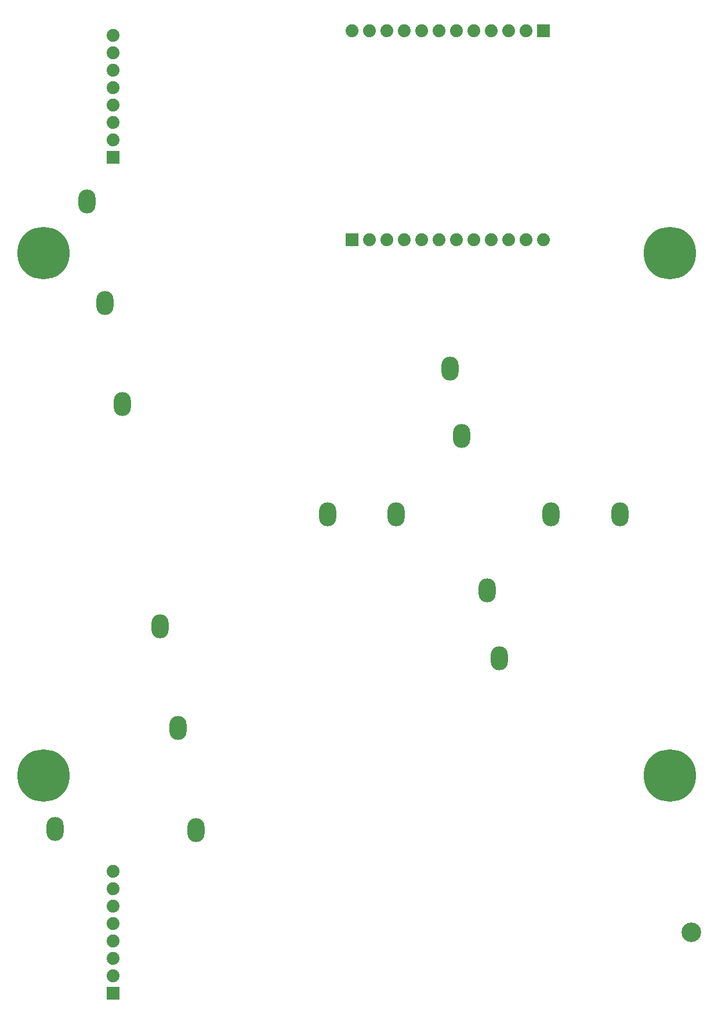
<source format=gbs>
G04 (created by PCBNEW (2013-07-07 BZR 4022)-stable) date 11/4/2014 1:01:41 AM*
%MOIN*%
G04 Gerber Fmt 3.4, Leading zero omitted, Abs format*
%FSLAX34Y34*%
G01*
G70*
G90*
G04 APERTURE LIST*
%ADD10C,0.01*%
%ADD11R,0.074X0.074*%
%ADD12C,0.074*%
%ADD13C,0.301402*%
%ADD14O,0.0987402X0.13811*%
%ADD15C,0.112425*%
G04 APERTURE END LIST*
G54D10*
G54D11*
X7000Y2500D03*
G54D12*
X7000Y3500D03*
X7000Y4500D03*
X7000Y5500D03*
X7000Y6500D03*
X7000Y7500D03*
X7000Y8500D03*
X7000Y9500D03*
G54D11*
X7000Y50500D03*
G54D12*
X7000Y51500D03*
X7000Y52500D03*
X7000Y53500D03*
X7000Y54500D03*
X7000Y55500D03*
X7000Y56500D03*
X7000Y57500D03*
G54D13*
X39000Y45000D03*
X39000Y15000D03*
X3000Y45000D03*
X3000Y15000D03*
G54D11*
X31750Y57750D03*
G54D12*
X30750Y57750D03*
X29750Y57750D03*
X28750Y57750D03*
X27750Y57750D03*
X26750Y57750D03*
X25750Y57750D03*
X24750Y57750D03*
X23750Y57750D03*
X22750Y57750D03*
X21750Y57750D03*
X20750Y57750D03*
G54D11*
X20750Y45750D03*
G54D12*
X21750Y45750D03*
X22750Y45750D03*
X23750Y45750D03*
X24750Y45750D03*
X25750Y45750D03*
X26750Y45750D03*
X27750Y45750D03*
X28750Y45750D03*
X29750Y45750D03*
X30750Y45750D03*
X31750Y45750D03*
G54D14*
X9722Y23553D03*
X10751Y17715D03*
X11781Y11877D03*
X26367Y38362D03*
X27051Y34484D03*
X32193Y30004D03*
X29199Y21743D03*
X36130Y30004D03*
X5508Y47957D03*
X28515Y25621D03*
X6534Y42141D03*
X7559Y36326D03*
X19355Y30004D03*
X23292Y30004D03*
X3679Y11944D03*
G54D15*
X40246Y6000D03*
M02*

</source>
